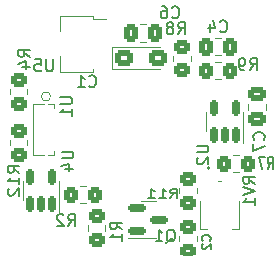
<source format=gbo>
%TF.GenerationSoftware,KiCad,Pcbnew,(6.0.1)*%
%TF.CreationDate,2024-02-25T12:41:37+01:00*%
%TF.ProjectId,Lin1,4c696e31-2e6b-4696-9361-645f70636258,rev?*%
%TF.SameCoordinates,Original*%
%TF.FileFunction,Legend,Bot*%
%TF.FilePolarity,Positive*%
%FSLAX46Y46*%
G04 Gerber Fmt 4.6, Leading zero omitted, Abs format (unit mm)*
G04 Created by KiCad (PCBNEW (6.0.1)) date 2024-02-25 12:41:37*
%MOMM*%
%LPD*%
G01*
G04 APERTURE LIST*
G04 Aperture macros list*
%AMRoundRect*
0 Rectangle with rounded corners*
0 $1 Rounding radius*
0 $2 $3 $4 $5 $6 $7 $8 $9 X,Y pos of 4 corners*
0 Add a 4 corners polygon primitive as box body*
4,1,4,$2,$3,$4,$5,$6,$7,$8,$9,$2,$3,0*
0 Add four circle primitives for the rounded corners*
1,1,$1+$1,$2,$3*
1,1,$1+$1,$4,$5*
1,1,$1+$1,$6,$7*
1,1,$1+$1,$8,$9*
0 Add four rect primitives between the rounded corners*
20,1,$1+$1,$2,$3,$4,$5,0*
20,1,$1+$1,$4,$5,$6,$7,0*
20,1,$1+$1,$6,$7,$8,$9,0*
20,1,$1+$1,$8,$9,$2,$3,0*%
%AMFreePoly0*
4,1,9,3.862500,-0.866500,0.737500,-0.866500,0.737500,-0.450000,-0.737500,-0.450000,-0.737500,0.450000,0.737500,0.450000,0.737500,0.866500,3.862500,0.866500,3.862500,-0.866500,3.862500,-0.866500,$1*%
G04 Aperture macros list end*
%ADD10C,0.150000*%
%ADD11C,0.120000*%
%ADD12C,4.940000*%
%ADD13RoundRect,0.250000X-0.537500X-0.425000X0.537500X-0.425000X0.537500X0.425000X-0.537500X0.425000X0*%
%ADD14RoundRect,0.250000X0.450000X-0.350000X0.450000X0.350000X-0.450000X0.350000X-0.450000X-0.350000X0*%
%ADD15RoundRect,0.250000X0.325000X0.450000X-0.325000X0.450000X-0.325000X-0.450000X0.325000X-0.450000X0*%
%ADD16C,10.000000*%
%ADD17RoundRect,0.250000X-0.450000X0.350000X-0.450000X-0.350000X0.450000X-0.350000X0.450000X0.350000X0*%
%ADD18O,1.143000X0.857250*%
%ADD19RoundRect,0.150000X-0.587500X-0.150000X0.587500X-0.150000X0.587500X0.150000X-0.587500X0.150000X0*%
%ADD20RoundRect,0.250000X-0.350000X-0.450000X0.350000X-0.450000X0.350000X0.450000X-0.350000X0.450000X0*%
%ADD21RoundRect,0.250000X0.475000X-0.337500X0.475000X0.337500X-0.475000X0.337500X-0.475000X-0.337500X0*%
%ADD22RoundRect,0.150000X0.150000X-0.512500X0.150000X0.512500X-0.150000X0.512500X-0.150000X-0.512500X0*%
%ADD23RoundRect,0.250000X0.337500X0.475000X-0.337500X0.475000X-0.337500X-0.475000X0.337500X-0.475000X0*%
%ADD24R,1.300000X0.900000*%
%ADD25FreePoly0,180.000000*%
%ADD26RoundRect,0.250000X-0.337500X-0.475000X0.337500X-0.475000X0.337500X0.475000X-0.337500X0.475000X0*%
%ADD27RoundRect,0.250000X0.350000X0.450000X-0.350000X0.450000X-0.350000X-0.450000X0.350000X-0.450000X0*%
%ADD28R,0.939800X1.549400*%
%ADD29R,1.498600X2.133600*%
G04 APERTURE END LIST*
D10*
X146057166Y-96289142D02*
X146104785Y-96336761D01*
X146247642Y-96384380D01*
X146342880Y-96384380D01*
X146485738Y-96336761D01*
X146580976Y-96241523D01*
X146628595Y-96146285D01*
X146676214Y-95955809D01*
X146676214Y-95812952D01*
X146628595Y-95622476D01*
X146580976Y-95527238D01*
X146485738Y-95432000D01*
X146342880Y-95384380D01*
X146247642Y-95384380D01*
X146104785Y-95432000D01*
X146057166Y-95479619D01*
X145104785Y-96384380D02*
X145676214Y-96384380D01*
X145390500Y-96384380D02*
X145390500Y-95384380D01*
X145485738Y-95527238D01*
X145580976Y-95622476D01*
X145676214Y-95670095D01*
X148852380Y-108433333D02*
X148376190Y-108100000D01*
X148852380Y-107861904D02*
X147852380Y-107861904D01*
X147852380Y-108242857D01*
X147900000Y-108338095D01*
X147947619Y-108385714D01*
X148042857Y-108433333D01*
X148185714Y-108433333D01*
X148280952Y-108385714D01*
X148328571Y-108338095D01*
X148376190Y-108242857D01*
X148376190Y-107861904D01*
X148852380Y-109385714D02*
X148852380Y-108814285D01*
X148852380Y-109100000D02*
X147852380Y-109100000D01*
X147995238Y-109004761D01*
X148090476Y-108909523D01*
X148138095Y-108814285D01*
X144266666Y-108152380D02*
X144600000Y-107676190D01*
X144838095Y-108152380D02*
X144838095Y-107152380D01*
X144457142Y-107152380D01*
X144361904Y-107200000D01*
X144314285Y-107247619D01*
X144266666Y-107342857D01*
X144266666Y-107485714D01*
X144314285Y-107580952D01*
X144361904Y-107628571D01*
X144457142Y-107676190D01*
X144838095Y-107676190D01*
X143885714Y-107247619D02*
X143838095Y-107200000D01*
X143742857Y-107152380D01*
X143504761Y-107152380D01*
X143409523Y-107200000D01*
X143361904Y-107247619D01*
X143314285Y-107342857D01*
X143314285Y-107438095D01*
X143361904Y-107580952D01*
X143933333Y-108152380D01*
X143314285Y-108152380D01*
X141060380Y-93813333D02*
X140584190Y-93480000D01*
X141060380Y-93241904D02*
X140060380Y-93241904D01*
X140060380Y-93622857D01*
X140108000Y-93718095D01*
X140155619Y-93765714D01*
X140250857Y-93813333D01*
X140393714Y-93813333D01*
X140488952Y-93765714D01*
X140536571Y-93718095D01*
X140584190Y-93622857D01*
X140584190Y-93241904D01*
X140393714Y-94670476D02*
X141060380Y-94670476D01*
X140012761Y-94432380D02*
X140727047Y-94194285D01*
X140727047Y-94813333D01*
X143627380Y-97238095D02*
X144436904Y-97238095D01*
X144532142Y-97285714D01*
X144579761Y-97333333D01*
X144627380Y-97428571D01*
X144627380Y-97619047D01*
X144579761Y-97714285D01*
X144532142Y-97761904D01*
X144436904Y-97809523D01*
X143627380Y-97809523D01*
X144627380Y-98809523D02*
X144627380Y-98238095D01*
X144627380Y-98523809D02*
X143627380Y-98523809D01*
X143770238Y-98428571D01*
X143865476Y-98333333D01*
X143913095Y-98238095D01*
X152942857Y-105739285D02*
X153276190Y-105382142D01*
X153514285Y-105739285D02*
X153514285Y-104989285D01*
X153133333Y-104989285D01*
X153038095Y-105025000D01*
X152990476Y-105060714D01*
X152942857Y-105132142D01*
X152942857Y-105239285D01*
X152990476Y-105310714D01*
X153038095Y-105346428D01*
X153133333Y-105382142D01*
X153514285Y-105382142D01*
X151990476Y-105739285D02*
X152561904Y-105739285D01*
X152276190Y-105739285D02*
X152276190Y-104989285D01*
X152371428Y-105096428D01*
X152466666Y-105167857D01*
X152561904Y-105203571D01*
X151038095Y-105739285D02*
X151609523Y-105739285D01*
X151323809Y-105739285D02*
X151323809Y-104989285D01*
X151419047Y-105096428D01*
X151514285Y-105167857D01*
X151609523Y-105203571D01*
X152595238Y-109547619D02*
X152690476Y-109500000D01*
X152785714Y-109404761D01*
X152928571Y-109261904D01*
X153023809Y-109214285D01*
X153119047Y-109214285D01*
X153071428Y-109452380D02*
X153166666Y-109404761D01*
X153261904Y-109309523D01*
X153309523Y-109119047D01*
X153309523Y-108785714D01*
X153261904Y-108595238D01*
X153166666Y-108500000D01*
X153071428Y-108452380D01*
X152880952Y-108452380D01*
X152785714Y-108500000D01*
X152690476Y-108595238D01*
X152642857Y-108785714D01*
X152642857Y-109119047D01*
X152690476Y-109309523D01*
X152785714Y-109404761D01*
X152880952Y-109452380D01*
X153071428Y-109452380D01*
X151690476Y-109452380D02*
X152261904Y-109452380D01*
X151976190Y-109452380D02*
X151976190Y-108452380D01*
X152071428Y-108595238D01*
X152166666Y-108690476D01*
X152261904Y-108738095D01*
X161161000Y-103322380D02*
X161411000Y-102846190D01*
X161589571Y-103322380D02*
X161589571Y-102322380D01*
X161303857Y-102322380D01*
X161232428Y-102370000D01*
X161196714Y-102417619D01*
X161161000Y-102512857D01*
X161161000Y-102655714D01*
X161196714Y-102750952D01*
X161232428Y-102798571D01*
X161303857Y-102846190D01*
X161589571Y-102846190D01*
X160911000Y-102322380D02*
X160411000Y-102322380D01*
X160732428Y-103322380D01*
X160857142Y-100833333D02*
X160904761Y-100785714D01*
X160952380Y-100642857D01*
X160952380Y-100547619D01*
X160904761Y-100404761D01*
X160809523Y-100309523D01*
X160714285Y-100261904D01*
X160523809Y-100214285D01*
X160380952Y-100214285D01*
X160190476Y-100261904D01*
X160095238Y-100309523D01*
X160000000Y-100404761D01*
X159952380Y-100547619D01*
X159952380Y-100642857D01*
X160000000Y-100785714D01*
X160047619Y-100833333D01*
X159952380Y-101166666D02*
X159952380Y-101833333D01*
X160952380Y-101404761D01*
X155154380Y-101346095D02*
X155963904Y-101346095D01*
X156059142Y-101393714D01*
X156106761Y-101441333D01*
X156154380Y-101536571D01*
X156154380Y-101727047D01*
X156106761Y-101822285D01*
X156059142Y-101869904D01*
X155963904Y-101917523D01*
X155154380Y-101917523D01*
X155249619Y-102346095D02*
X155202000Y-102393714D01*
X155154380Y-102488952D01*
X155154380Y-102727047D01*
X155202000Y-102822285D01*
X155249619Y-102869904D01*
X155344857Y-102917523D01*
X155440095Y-102917523D01*
X155582952Y-102869904D01*
X156154380Y-102298476D01*
X156154380Y-102917523D01*
X143724380Y-101854095D02*
X144533904Y-101854095D01*
X144629142Y-101901714D01*
X144676761Y-101949333D01*
X144724380Y-102044571D01*
X144724380Y-102235047D01*
X144676761Y-102330285D01*
X144629142Y-102377904D01*
X144533904Y-102425523D01*
X143724380Y-102425523D01*
X144057714Y-103330285D02*
X144724380Y-103330285D01*
X143676761Y-103092190D02*
X144391047Y-102854095D01*
X144391047Y-103473142D01*
X157138666Y-91641142D02*
X157186285Y-91688761D01*
X157329142Y-91736380D01*
X157424380Y-91736380D01*
X157567238Y-91688761D01*
X157662476Y-91593523D01*
X157710095Y-91498285D01*
X157757714Y-91307809D01*
X157757714Y-91164952D01*
X157710095Y-90974476D01*
X157662476Y-90879238D01*
X157567238Y-90784000D01*
X157424380Y-90736380D01*
X157329142Y-90736380D01*
X157186285Y-90784000D01*
X157138666Y-90831619D01*
X156281523Y-91069714D02*
X156281523Y-91736380D01*
X156519619Y-90688761D02*
X156757714Y-91403047D01*
X156138666Y-91403047D01*
X142999904Y-94037380D02*
X142999904Y-94846904D01*
X142952285Y-94942142D01*
X142904666Y-94989761D01*
X142809428Y-95037380D01*
X142618952Y-95037380D01*
X142523714Y-94989761D01*
X142476095Y-94942142D01*
X142428476Y-94846904D01*
X142428476Y-94037380D01*
X141476095Y-94037380D02*
X141952285Y-94037380D01*
X141999904Y-94513571D01*
X141952285Y-94465952D01*
X141857047Y-94418333D01*
X141618952Y-94418333D01*
X141523714Y-94465952D01*
X141476095Y-94513571D01*
X141428476Y-94608809D01*
X141428476Y-94846904D01*
X141476095Y-94942142D01*
X141523714Y-94989761D01*
X141618952Y-95037380D01*
X141857047Y-95037380D01*
X141952285Y-94989761D01*
X141999904Y-94942142D01*
X156267857Y-109375000D02*
X156303571Y-109339285D01*
X156339285Y-109232142D01*
X156339285Y-109160714D01*
X156303571Y-109053571D01*
X156232142Y-108982142D01*
X156160714Y-108946428D01*
X156017857Y-108910714D01*
X155910714Y-108910714D01*
X155767857Y-108946428D01*
X155696428Y-108982142D01*
X155625000Y-109053571D01*
X155589285Y-109160714D01*
X155589285Y-109232142D01*
X155625000Y-109339285D01*
X155660714Y-109375000D01*
X155660714Y-109660714D02*
X155625000Y-109696428D01*
X155589285Y-109767857D01*
X155589285Y-109946428D01*
X155625000Y-110017857D01*
X155660714Y-110053571D01*
X155732142Y-110089285D01*
X155803571Y-110089285D01*
X155910714Y-110053571D01*
X156339285Y-109625000D01*
X156339285Y-110089285D01*
X153074666Y-90457142D02*
X153122285Y-90504761D01*
X153265142Y-90552380D01*
X153360380Y-90552380D01*
X153503238Y-90504761D01*
X153598476Y-90409523D01*
X153646095Y-90314285D01*
X153693714Y-90123809D01*
X153693714Y-89980952D01*
X153646095Y-89790476D01*
X153598476Y-89695238D01*
X153503238Y-89600000D01*
X153360380Y-89552380D01*
X153265142Y-89552380D01*
X153122285Y-89600000D01*
X153074666Y-89647619D01*
X152217523Y-89552380D02*
X152408000Y-89552380D01*
X152503238Y-89600000D01*
X152550857Y-89647619D01*
X152646095Y-89790476D01*
X152693714Y-89980952D01*
X152693714Y-90361904D01*
X152646095Y-90457142D01*
X152598476Y-90504761D01*
X152503238Y-90552380D01*
X152312761Y-90552380D01*
X152217523Y-90504761D01*
X152169904Y-90457142D01*
X152122285Y-90361904D01*
X152122285Y-90123809D01*
X152169904Y-90028571D01*
X152217523Y-89980952D01*
X152312761Y-89933333D01*
X152503238Y-89933333D01*
X152598476Y-89980952D01*
X152646095Y-90028571D01*
X152693714Y-90123809D01*
X159678666Y-94940380D02*
X160012000Y-94464190D01*
X160250095Y-94940380D02*
X160250095Y-93940380D01*
X159869142Y-93940380D01*
X159773904Y-93988000D01*
X159726285Y-94035619D01*
X159678666Y-94130857D01*
X159678666Y-94273714D01*
X159726285Y-94368952D01*
X159773904Y-94416571D01*
X159869142Y-94464190D01*
X160250095Y-94464190D01*
X159202476Y-94940380D02*
X159012000Y-94940380D01*
X158916761Y-94892761D01*
X158869142Y-94845142D01*
X158773904Y-94702285D01*
X158726285Y-94511809D01*
X158726285Y-94130857D01*
X158773904Y-94035619D01*
X158821523Y-93988000D01*
X158916761Y-93940380D01*
X159107238Y-93940380D01*
X159202476Y-93988000D01*
X159250095Y-94035619D01*
X159297714Y-94130857D01*
X159297714Y-94368952D01*
X159250095Y-94464190D01*
X159202476Y-94511809D01*
X159107238Y-94559428D01*
X158916761Y-94559428D01*
X158821523Y-94511809D01*
X158773904Y-94464190D01*
X158726285Y-94368952D01*
X160092380Y-104560761D02*
X159616190Y-104227428D01*
X160092380Y-103989333D02*
X159092380Y-103989333D01*
X159092380Y-104370285D01*
X159140000Y-104465523D01*
X159187619Y-104513142D01*
X159282857Y-104560761D01*
X159425714Y-104560761D01*
X159520952Y-104513142D01*
X159568571Y-104465523D01*
X159616190Y-104370285D01*
X159616190Y-103989333D01*
X159092380Y-104846476D02*
X160092380Y-105179809D01*
X159092380Y-105513142D01*
X160092380Y-106370285D02*
X160092380Y-105798857D01*
X160092380Y-106084571D02*
X159092380Y-106084571D01*
X159235238Y-105989333D01*
X159330476Y-105894095D01*
X159378095Y-105798857D01*
X153582666Y-91892380D02*
X153916000Y-91416190D01*
X154154095Y-91892380D02*
X154154095Y-90892380D01*
X153773142Y-90892380D01*
X153677904Y-90940000D01*
X153630285Y-90987619D01*
X153582666Y-91082857D01*
X153582666Y-91225714D01*
X153630285Y-91320952D01*
X153677904Y-91368571D01*
X153773142Y-91416190D01*
X154154095Y-91416190D01*
X153011238Y-91320952D02*
X153106476Y-91273333D01*
X153154095Y-91225714D01*
X153201714Y-91130476D01*
X153201714Y-91082857D01*
X153154095Y-90987619D01*
X153106476Y-90940000D01*
X153011238Y-90892380D01*
X152820761Y-90892380D01*
X152725523Y-90940000D01*
X152677904Y-90987619D01*
X152630285Y-91082857D01*
X152630285Y-91130476D01*
X152677904Y-91225714D01*
X152725523Y-91273333D01*
X152820761Y-91320952D01*
X153011238Y-91320952D01*
X153106476Y-91368571D01*
X153154095Y-91416190D01*
X153201714Y-91511428D01*
X153201714Y-91701904D01*
X153154095Y-91797142D01*
X153106476Y-91844761D01*
X153011238Y-91892380D01*
X152820761Y-91892380D01*
X152725523Y-91844761D01*
X152677904Y-91797142D01*
X152630285Y-91701904D01*
X152630285Y-91511428D01*
X152677904Y-91416190D01*
X152725523Y-91368571D01*
X152820761Y-91320952D01*
X140152380Y-103657142D02*
X139676190Y-103323809D01*
X140152380Y-103085714D02*
X139152380Y-103085714D01*
X139152380Y-103466666D01*
X139200000Y-103561904D01*
X139247619Y-103609523D01*
X139342857Y-103657142D01*
X139485714Y-103657142D01*
X139580952Y-103609523D01*
X139628571Y-103561904D01*
X139676190Y-103466666D01*
X139676190Y-103085714D01*
X140152380Y-104609523D02*
X140152380Y-104038095D01*
X140152380Y-104323809D02*
X139152380Y-104323809D01*
X139295238Y-104228571D01*
X139390476Y-104133333D01*
X139438095Y-104038095D01*
X139247619Y-104990476D02*
X139200000Y-105038095D01*
X139152380Y-105133333D01*
X139152380Y-105371428D01*
X139200000Y-105466666D01*
X139247619Y-105514285D01*
X139342857Y-105561904D01*
X139438095Y-105561904D01*
X139580952Y-105514285D01*
X140152380Y-104942857D01*
X140152380Y-105561904D01*
D11*
X152062500Y-94835000D02*
X147977500Y-94835000D01*
X147977500Y-92965000D02*
X152062500Y-92965000D01*
X147977500Y-94835000D02*
X147977500Y-92965000D01*
X145965000Y-108527064D02*
X145965000Y-108072936D01*
X147435000Y-108527064D02*
X147435000Y-108072936D01*
X145803252Y-106210000D02*
X145280748Y-106210000D01*
X145803252Y-104790000D02*
X145280748Y-104790000D01*
X140835000Y-96546936D02*
X140835000Y-97001064D01*
X139365000Y-96546936D02*
X139365000Y-97001064D01*
X143098500Y-101814237D02*
X143098500Y-102129000D01*
X142565315Y-97811000D02*
X143098500Y-97811000D01*
X141320500Y-97811000D02*
X142234685Y-97811000D01*
X143098500Y-97811000D02*
X143098500Y-98125763D01*
X143098500Y-102129000D02*
X142565315Y-102129000D01*
X142234685Y-102129000D02*
X141320500Y-102129000D01*
X141320500Y-102129000D02*
X141320500Y-97811000D01*
X142781000Y-97176000D02*
G75*
G03*
X142781000Y-97176000I-381000J0D01*
G01*
X155167000Y-104928936D02*
X155167000Y-105383064D01*
X153697000Y-104928936D02*
X153697000Y-105383064D01*
X151062500Y-106040000D02*
X150412500Y-106040000D01*
X151062500Y-106040000D02*
X151712500Y-106040000D01*
X151062500Y-109160000D02*
X151712500Y-109160000D01*
X151062500Y-109160000D02*
X149387500Y-109160000D01*
X158268936Y-103605000D02*
X158723064Y-103605000D01*
X158268936Y-102135000D02*
X158723064Y-102135000D01*
X161009000Y-98305252D02*
X161009000Y-97782748D01*
X159539000Y-98305252D02*
X159539000Y-97782748D01*
X159106000Y-99314000D02*
X159106000Y-101114000D01*
X155986000Y-99314000D02*
X155986000Y-98514000D01*
X159106000Y-99314000D02*
X159106000Y-98514000D01*
X155986000Y-99314000D02*
X155986000Y-100114000D01*
X143546000Y-105156000D02*
X143546000Y-104356000D01*
X140426000Y-105156000D02*
X140426000Y-104356000D01*
X140426000Y-105156000D02*
X140426000Y-105956000D01*
X143546000Y-105156000D02*
X143546000Y-106956000D01*
X157233252Y-92229000D02*
X156710748Y-92229000D01*
X157233252Y-93699000D02*
X156710748Y-93699000D01*
X146348000Y-90350000D02*
X146348000Y-90580000D01*
X147488000Y-90580000D02*
X146348000Y-90580000D01*
X146348000Y-95070000D02*
X146348000Y-94840000D01*
X143628000Y-93760000D02*
X143628000Y-95070000D01*
X143628000Y-90350000D02*
X143628000Y-91660000D01*
X143628000Y-95070000D02*
X146348000Y-95070000D01*
X146348000Y-90350000D02*
X143628000Y-90350000D01*
X155167000Y-108992936D02*
X155167000Y-109447064D01*
X153697000Y-108992936D02*
X153697000Y-109447064D01*
X150360748Y-91065000D02*
X150883252Y-91065000D01*
X150360748Y-92535000D02*
X150883252Y-92535000D01*
X157199064Y-94261000D02*
X156744936Y-94261000D01*
X157199064Y-95731000D02*
X156744936Y-95731000D01*
X156017960Y-108412000D02*
X155474400Y-108412000D01*
X158725600Y-108412000D02*
X158182040Y-108412000D01*
X158725600Y-108412000D02*
X158725600Y-106031940D01*
X155474400Y-108412000D02*
X155474400Y-106031940D01*
X156952640Y-104348000D02*
X157247360Y-104348000D01*
X156277000Y-103205000D02*
G75*
G03*
X156277000Y-103205000I-127000J0D01*
G01*
X154659000Y-93736936D02*
X154659000Y-94191064D01*
X153189000Y-93736936D02*
X153189000Y-94191064D01*
X139365000Y-100864936D02*
X139365000Y-101319064D01*
X140835000Y-100864936D02*
X140835000Y-101319064D01*
%LPC*%
D12*
X150000000Y-111750000D03*
X150000000Y-88250000D03*
D13*
X149025000Y-93900000D03*
X151900000Y-93900000D03*
D14*
X146700000Y-109300000D03*
X146700000Y-107300000D03*
D15*
X146567000Y-105500000D03*
X144517000Y-105500000D03*
D16*
X150000000Y-100000000D03*
D17*
X140100000Y-95774000D03*
X140100000Y-97774000D03*
D18*
X142400000Y-98700000D03*
X142400000Y-99970000D03*
X142400000Y-101240000D03*
D17*
X154432000Y-104156000D03*
X154432000Y-106156000D03*
D19*
X150125000Y-108550000D03*
X150125000Y-106650000D03*
X152000000Y-107600000D03*
D20*
X157496000Y-102870000D03*
X159496000Y-102870000D03*
D21*
X160274000Y-99081500D03*
X160274000Y-97006500D03*
D22*
X158496000Y-100451500D03*
X157546000Y-100451500D03*
X156596000Y-100451500D03*
X156596000Y-98176500D03*
X158496000Y-98176500D03*
X142936000Y-106293500D03*
X141986000Y-106293500D03*
X141036000Y-106293500D03*
X141036000Y-104018500D03*
X142936000Y-104018500D03*
D23*
X158009500Y-92964000D03*
X155934500Y-92964000D03*
D24*
X146938000Y-91210000D03*
D25*
X146850500Y-92710000D03*
D24*
X146938000Y-94210000D03*
D17*
X154432000Y-108220000D03*
X154432000Y-110220000D03*
D26*
X149584500Y-91800000D03*
X151659500Y-91800000D03*
D27*
X157972000Y-94996000D03*
X155972000Y-94996000D03*
D28*
X156150000Y-104995700D03*
D29*
X157100000Y-107472200D03*
D28*
X158050000Y-104995700D03*
D17*
X153924000Y-92964000D03*
X153924000Y-94964000D03*
X140100000Y-100092000D03*
X140100000Y-102092000D03*
M02*

</source>
